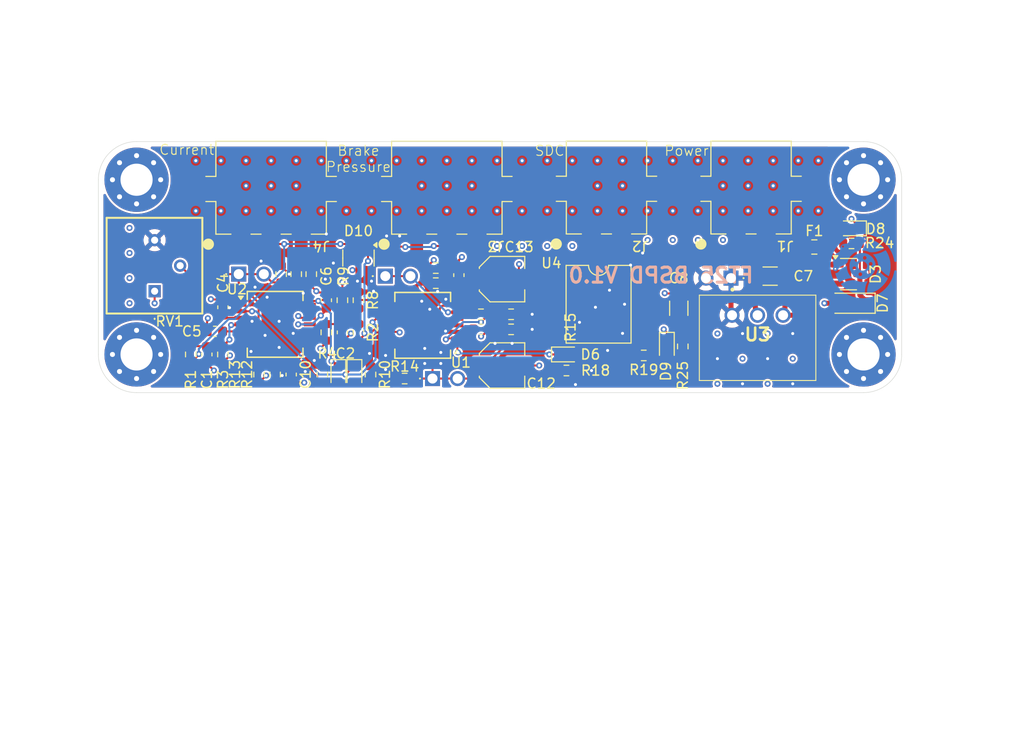
<source format=kicad_pcb>
(kicad_pcb
	(version 20241229)
	(generator "pcbnew")
	(generator_version "9.0")
	(general
		(thickness 1.6)
		(legacy_teardrops no)
	)
	(paper "A4")
	(layers
		(0 "F.Cu" signal)
		(4 "In1.Cu" signal)
		(6 "In2.Cu" signal)
		(2 "B.Cu" signal)
		(9 "F.Adhes" user "F.Adhesive")
		(11 "B.Adhes" user "B.Adhesive")
		(13 "F.Paste" user)
		(15 "B.Paste" user)
		(5 "F.SilkS" user "F.Silkscreen")
		(7 "B.SilkS" user "B.Silkscreen")
		(1 "F.Mask" user)
		(3 "B.Mask" user)
		(17 "Dwgs.User" user "User.Drawings")
		(19 "Cmts.User" user "User.Comments")
		(21 "Eco1.User" user "User.Eco1")
		(23 "Eco2.User" user "User.Eco2")
		(25 "Edge.Cuts" user)
		(27 "Margin" user)
		(31 "F.CrtYd" user "F.Courtyard")
		(29 "B.CrtYd" user "B.Courtyard")
		(35 "F.Fab" user)
		(33 "B.Fab" user)
		(39 "User.1" user)
		(41 "User.2" user)
		(43 "User.3" user)
		(45 "User.4" user)
		(47 "User.5" user)
		(49 "User.6" user)
		(51 "User.7" user)
		(53 "User.8" user)
		(55 "User.9" user)
	)
	(setup
		(stackup
			(layer "F.SilkS"
				(type "Top Silk Screen")
			)
			(layer "F.Paste"
				(type "Top Solder Paste")
			)
			(layer "F.Mask"
				(type "Top Solder Mask")
				(thickness 0.01)
			)
			(layer "F.Cu"
				(type "copper")
				(thickness 0.035)
			)
			(layer "dielectric 1"
				(type "prepreg")
				(thickness 0.1)
				(material "FR4")
				(epsilon_r 4.5)
				(loss_tangent 0.02)
			)
			(layer "In1.Cu"
				(type "copper")
				(thickness 0.035)
			)
			(layer "dielectric 2"
				(type "core")
				(thickness 1.24)
				(material "FR4")
				(epsilon_r 4.5)
				(loss_tangent 0.02)
			)
			(layer "In2.Cu"
				(type "copper")
				(thickness 0.035)
			)
			(layer "dielectric 3"
				(type "prepreg")
				(thickness 0.1)
				(material "FR4")
				(epsilon_r 4.5)
				(loss_tangent 0.02)
			)
			(layer "B.Cu"
				(type "copper")
				(thickness 0.035)
			)
			(layer "B.Mask"
				(type "Bottom Solder Mask")
				(thickness 0.01)
			)
			(layer "B.Paste"
				(type "Bottom Solder Paste")
			)
			(layer "B.SilkS"
				(type "Bottom Silk Screen")
			)
			(copper_finish "None")
			(dielectric_constraints no)
		)
		(pad_to_mask_clearance 0)
		(allow_soldermask_bridges_in_footprints no)
		(tenting front back)
		(pcbplotparams
			(layerselection 0x00000000_00000000_55555555_5755f5ff)
			(plot_on_all_layers_selection 0x00000000_00000000_00000000_00000000)
			(disableapertmacros no)
			(usegerberextensions yes)
			(usegerberattributes no)
			(usegerberadvancedattributes no)
			(creategerberjobfile no)
			(dashed_line_dash_ratio 12.000000)
			(dashed_line_gap_ratio 3.000000)
			(svgprecision 4)
			(plotframeref no)
			(mode 1)
			(useauxorigin no)
			(hpglpennumber 1)
			(hpglpenspeed 20)
			(hpglpendiameter 15.000000)
			(pdf_front_fp_property_popups yes)
			(pdf_back_fp_property_popups yes)
			(pdf_metadata yes)
			(pdf_single_document no)
			(dxfpolygonmode yes)
			(dxfimperialunits yes)
			(dxfusepcbnewfont yes)
			(psnegative no)
			(psa4output no)
			(plot_black_and_white yes)
			(plotinvisibletext no)
			(sketchpadsonfab no)
			(plotpadnumbers no)
			(hidednponfab no)
			(sketchdnponfab yes)
			(crossoutdnponfab yes)
			(subtractmaskfromsilk yes)
			(outputformat 1)
			(mirror no)
			(drillshape 0)
			(scaleselection 1)
			(outputdirectory "Gerber/")
		)
	)
	(net 0 "")
	(net 1 "GND")
	(net 2 "+5V")
	(net 3 "/Current_ref")
	(net 4 "/Brake_ref")
	(net 5 "Net-(D3-K)")
	(net 6 "/Low_Ref")
	(net 7 "Net-(U1A--)")
	(net 8 "/Error_Sig")
	(net 9 "Net-(D4-K)")
	(net 10 "Net-(D4-A)")
	(net 11 "Net-(D5-A)")
	(net 12 "Net-(D5-K)")
	(net 13 "Net-(D6-K)")
	(net 14 "Net-(D6-A)")
	(net 15 "Net-(D8-A)")
	(net 16 "Net-(D9-A)")
	(net 17 "+24V")
	(net 18 "/Current_Sensor")
	(net 19 "/Break_Pressure_Sensor")
	(net 20 "/SDC_In")
	(net 21 "/SDC_Out")
	(net 22 "Net-(R6-Pad2)")
	(net 23 "Net-(R14-Pad2)")
	(net 24 "/EndRef")
	(net 25 "Net-(R19-Pad2)")
	(net 26 "Net-(R20-Pad2)")
	(net 27 "unconnected-(U4-Pad3)")
	(net 28 "unconnected-(U4-Pad5)")
	(net 29 "Net-(U2A--)")
	(net 30 "Net-(U2C--)")
	(net 31 "Net-(D3-A)")
	(footprint "Resistor_SMD:R_0603_1608Metric" (layer "F.Cu") (at 102.3 100.7 180))
	(footprint "FaSTTUBe_connectors:Micro_Mate-N-Lok_3p_horizontal" (layer "F.Cu") (at 89 81.82 180))
	(footprint "MountingHole:MountingHole_3.2mm_M3_Pad_Via" (layer "F.Cu") (at 148 80.9))
	(footprint "Capacitor_SMD:C_0603_1608Metric" (layer "F.Cu") (at 83.4 96 180))
	(footprint "Package_SO:SSOP-14_5.3x6.2mm_P0.65mm" (layer "F.Cu") (at 89.4 95.3))
	(footprint "Resistor_SMD:R_0603_1608Metric" (layer "F.Cu") (at 112.9 94.3 180))
	(footprint "bspd:5025" (layer "F.Cu") (at 85.775 90.3))
	(footprint "Resistor_SMD:R_0603_1608Metric" (layer "F.Cu") (at 89.4 100.3 90))
	(footprint "FaSTTUBe_connectors:Micro_Mate-N-Lok_3p_horizontal" (layer "F.Cu") (at 106.5 81.82 180))
	(footprint "Resistor_SMD:R_0603_1608Metric" (layer "F.Cu") (at 96.1 92.9 90))
	(footprint "MountingHole:MountingHole_3.2mm_M3_Pad_Via" (layer "F.Cu") (at 148 98.3))
	(footprint "Capacitor_SMD:C_0603_1608Metric" (layer "F.Cu") (at 109.9 95.8 180))
	(footprint "FaSTTUBe_connectors:Micro_Mate-N-Lok_2p_horizontal" (layer "F.Cu") (at 136.8 81.8 180))
	(footprint "Package_DIP:SMDIP-6_W9.53mm" (layer "F.Cu") (at 121.6125 93.3))
	(footprint "bspd:brake" (layer "F.Cu") (at 147.92 89.46))
	(footprint "Resistor_SMD:R_0603_1608Metric" (layer "F.Cu") (at 146.8 87.24 180))
	(footprint "Resistor_SMD:R_0603_1608Metric" (layer "F.Cu") (at 81 98.3 -90))
	(footprint "Capacitor_SMD:C_0603_1608Metric" (layer "F.Cu") (at 91 100.3 -90))
	(footprint "bspd:5025" (layer "F.Cu") (at 100.375 90.5))
	(footprint "Resistor_SMD:R_0603_1608Metric" (layer "F.Cu") (at 94.1 100.3 -90))
	(footprint "Resistor_SMD:R_0603_1608Metric" (layer "F.Cu") (at 91.5 90.3 90))
	(footprint "Diode_SMD:D_SOD-123" (layer "F.Cu") (at 146.8 93.2 180))
	(footprint "Fuse:Fuse_0805_2012Metric" (layer "F.Cu") (at 143.1 87.6))
	(footprint "Capacitor_SMD:C_Elec_4x5.4" (layer "F.Cu") (at 112 90.8))
	(footprint "Resistor_SMD:R_0603_1608Metric" (layer "F.Cu") (at 87.8 100.3 -90))
	(footprint "Resistor_SMD:R_0603_1608Metric" (layer "F.Cu") (at 90 90.3 -90))
	(footprint "Capacitor_SMD:C_0603_1608Metric" (layer "F.Cu") (at 96.1 96.1 -90))
	(footprint "Package_TO_SOT_SMD:SOT-23-3" (layer "F.Cu") (at 97.7 88.7 -90))
	(footprint "Resistor_SMD:R_0603_1608Metric" (layer "F.Cu") (at 105.4 89.7 180))
	(footprint "MountingHole:MountingHole_3.2mm_M3_Pad_Via" (layer "F.Cu") (at 75.6 98.3))
	(footprint "LED_SMD:LED_0603_1608Metric" (layer "F.Cu") (at 118.4125 98.3))
	(footprint "Resistor_SMD:R_0603_1608Metric" (layer "F.Cu") (at 112.9 95.8 180))
	(footprint "Resistor_SMD:R_0603_1608Metric" (layer "F.Cu") (at 97.7 92.9 -90))
	(footprint "bspd:5025" (layer "F.Cu") (at 134.8 90.7 180))
	(footprint "Resistor_SMD:R_0603_1608Metric" (layer "F.Cu") (at 84.2 98.3 -90))
	(footprint "Resistor_SMD:R_0603_1608Metric" (layer "F.Cu") (at 109.9 94.3))
	(footprint "bspd:173010542" (layer "F.Cu") (at 137.448528 96.320101))
	(footprint "Package_SO:SSOP-14_5.3x6.2mm_P0.65mm" (layer "F.Cu") (at 104.1 95.4 180))
	(footprint "Resistor_SMD:R_0603_1608Metric"
		(layer "F.Cu")
		(uuid "9a8106d1-b051-4189-a577-fe0e7647efaf")
		(at 94.5 96.1 -90)
		(descr "Resistor SMD 0603 (1608 Metric), square (rectangular) end terminal, IPC_7351 nominal, (Body size source: IPC-SM-782 page 72, https://www.pcb-3d.com/wordpress/wp-content/uploads/ipc-sm-782a_amendment_1_and_2.pdf), generated with kicad-footprint-generator")
		(tags "resistor")
		(property "Reference" "R4"
			(at 2.1 -0.1 180)
			(layer "F.SilkS")
			(uuid "cf016ed2-a2ac-45e1-8ace-059063a35af6")
			(effects
				(font
					(size 1 1)
					(thickness 0.15)
				)
			)
		)
		(property "Value" "1M"
			(at 0 1.43 90)
			(layer "F.Fab")
			(uuid "c1aa192d-942b-48e8-946f-0aa273ab5e27")
			(effects
				(font
					(size 1 1)
					(thickness 0.15)
				)
			)
		)
		(property "Datasheet" ""
			(at 0 0 270)
			(unlocked yes)
			(layer "F.Fab")
			(hide yes)
			(uuid "a2032291-a1b4-4200-b9ec-de5517864ae2")
			(effects
				(font
					(size 1.27 1.27)
					(thickness 0.15)
				)
			)
		)
		(property "Description" ""
			(at 0 0 270)
			(unlocked yes)
			(layer "F.Fab")
			(hide yes)
			(uuid "b9924276-ca74-4feb-a406-4311594158d5")
			(effects
				(font
					(size 1.27 1.27)
					(thickness 0.15)
				)
			)
		)
		(property ki_fp_filters "R_*")
		(path "/6c61c9a9-d8b8-442a-a893-a3582c1eb
... [761497 chars truncated]
</source>
